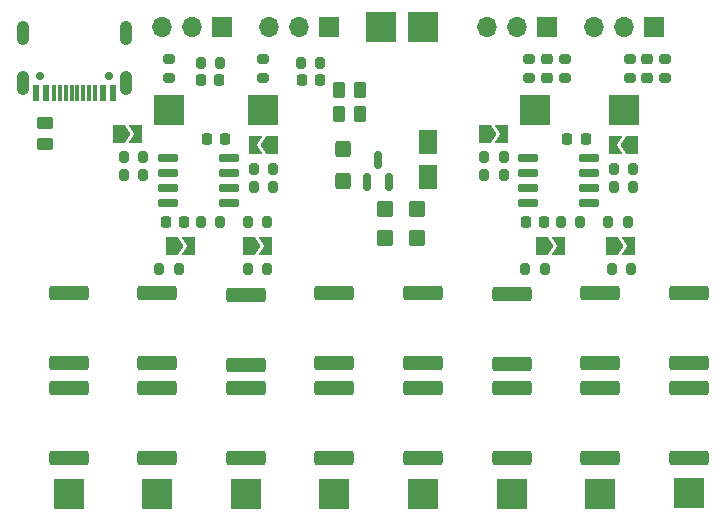
<source format=gbr>
%TF.GenerationSoftware,KiCad,Pcbnew,(6.0.4)*%
%TF.CreationDate,2023-01-21T01:53:36+00:00*%
%TF.ProjectId,Diff_probe,44696666-5f70-4726-9f62-652e6b696361,rev?*%
%TF.SameCoordinates,Original*%
%TF.FileFunction,Soldermask,Top*%
%TF.FilePolarity,Negative*%
%FSLAX46Y46*%
G04 Gerber Fmt 4.6, Leading zero omitted, Abs format (unit mm)*
G04 Created by KiCad (PCBNEW (6.0.4)) date 2023-01-21 01:53:36*
%MOMM*%
%LPD*%
G01*
G04 APERTURE LIST*
G04 Aperture macros list*
%AMRoundRect*
0 Rectangle with rounded corners*
0 $1 Rounding radius*
0 $2 $3 $4 $5 $6 $7 $8 $9 X,Y pos of 4 corners*
0 Add a 4 corners polygon primitive as box body*
4,1,4,$2,$3,$4,$5,$6,$7,$8,$9,$2,$3,0*
0 Add four circle primitives for the rounded corners*
1,1,$1+$1,$2,$3*
1,1,$1+$1,$4,$5*
1,1,$1+$1,$6,$7*
1,1,$1+$1,$8,$9*
0 Add four rect primitives between the rounded corners*
20,1,$1+$1,$2,$3,$4,$5,0*
20,1,$1+$1,$4,$5,$6,$7,0*
20,1,$1+$1,$6,$7,$8,$9,0*
20,1,$1+$1,$8,$9,$2,$3,0*%
%AMFreePoly0*
4,1,6,1.000000,0.000000,0.500000,-0.750000,-0.500000,-0.750000,-0.500000,0.750000,0.500000,0.750000,1.000000,0.000000,1.000000,0.000000,$1*%
%AMFreePoly1*
4,1,6,0.500000,-0.750000,-0.650000,-0.750000,-0.150000,0.000000,-0.650000,0.750000,0.500000,0.750000,0.500000,-0.750000,0.500000,-0.750000,$1*%
G04 Aperture macros list end*
%ADD10RoundRect,0.250000X0.262500X0.450000X-0.262500X0.450000X-0.262500X-0.450000X0.262500X-0.450000X0*%
%ADD11RoundRect,0.250000X-0.262500X-0.450000X0.262500X-0.450000X0.262500X0.450000X-0.262500X0.450000X0*%
%ADD12R,1.500000X1.500000*%
%ADD13FreePoly0,90.000000*%
%ADD14FreePoly0,270.000000*%
%ADD15RoundRect,0.200000X-0.200000X-0.275000X0.200000X-0.275000X0.200000X0.275000X-0.200000X0.275000X0*%
%ADD16RoundRect,0.225000X0.225000X0.250000X-0.225000X0.250000X-0.225000X-0.250000X0.225000X-0.250000X0*%
%ADD17R,2.500000X2.500000*%
%ADD18R,1.700000X1.700000*%
%ADD19O,1.700000X1.700000*%
%ADD20FreePoly0,0.000000*%
%ADD21FreePoly1,0.000000*%
%ADD22RoundRect,0.225000X-0.250000X0.225000X-0.250000X-0.225000X0.250000X-0.225000X0.250000X0.225000X0*%
%ADD23RoundRect,0.250000X1.425000X-0.362500X1.425000X0.362500X-1.425000X0.362500X-1.425000X-0.362500X0*%
%ADD24RoundRect,0.200000X0.200000X0.275000X-0.200000X0.275000X-0.200000X-0.275000X0.200000X-0.275000X0*%
%ADD25FreePoly0,180.000000*%
%ADD26FreePoly1,180.000000*%
%ADD27RoundRect,0.250000X-0.450000X0.262500X-0.450000X-0.262500X0.450000X-0.262500X0.450000X0.262500X0*%
%ADD28RoundRect,0.200000X0.275000X-0.200000X0.275000X0.200000X-0.275000X0.200000X-0.275000X-0.200000X0*%
%ADD29C,0.700000*%
%ADD30R,0.600000X1.450000*%
%ADD31R,0.300000X1.450000*%
%ADD32O,1.050000X2.100000*%
%ADD33RoundRect,0.150000X-0.725000X-0.150000X0.725000X-0.150000X0.725000X0.150000X-0.725000X0.150000X0*%
%ADD34RoundRect,0.250000X0.450000X0.425000X-0.450000X0.425000X-0.450000X-0.425000X0.450000X-0.425000X0*%
%ADD35RoundRect,0.250000X-0.425000X0.450000X-0.425000X-0.450000X0.425000X-0.450000X0.425000X0.450000X0*%
%ADD36RoundRect,0.150000X0.150000X-0.587500X0.150000X0.587500X-0.150000X0.587500X-0.150000X-0.587500X0*%
G04 APERTURE END LIST*
D10*
%TO.C,R42*%
X152712500Y-26300000D03*
X150887500Y-26300000D03*
%TD*%
D11*
%TO.C,R41*%
X150887500Y-24300000D03*
X152712500Y-24300000D03*
%TD*%
D12*
%TO.C,JP9*%
X158400000Y-29000000D03*
X158400000Y-31400000D03*
D13*
X158400000Y-32200000D03*
D14*
X158400000Y-28200000D03*
%TD*%
D15*
%TO.C,R32*%
X173675000Y-35500000D03*
X175325000Y-35500000D03*
%TD*%
D16*
%TO.C,C6*%
X140775000Y-23500000D03*
X139225000Y-23500000D03*
%TD*%
D17*
%TO.C,TP11*%
X173000000Y-58500000D03*
%TD*%
D18*
%TO.C,J5*%
X177525000Y-19000000D03*
D19*
X174985000Y-19000000D03*
X172445000Y-19000000D03*
%TD*%
D20*
%TO.C,JP3*%
X143275000Y-37500000D03*
D21*
X144725000Y-37500000D03*
%TD*%
D17*
%TO.C,TP13*%
X167500000Y-26000000D03*
%TD*%
%TO.C,TP4*%
X143000000Y-58500000D03*
%TD*%
%TO.C,TP9*%
X158000000Y-58500000D03*
%TD*%
D22*
%TO.C,C10*%
X168500000Y-21725000D03*
X168500000Y-23275000D03*
%TD*%
D23*
%TO.C,R2*%
X143000000Y-55462500D03*
X143000000Y-49537500D03*
%TD*%
D18*
%TO.C,J1*%
X141000000Y-19000000D03*
D19*
X138460000Y-19000000D03*
X135920000Y-19000000D03*
%TD*%
D18*
%TO.C,J3*%
X150025000Y-19000000D03*
D19*
X147485000Y-19000000D03*
X144945000Y-19000000D03*
%TD*%
D23*
%TO.C,R3*%
X128000000Y-55462500D03*
X128000000Y-49537500D03*
%TD*%
D15*
%TO.C,R17*%
X143675000Y-32500000D03*
X145325000Y-32500000D03*
%TD*%
%TO.C,R30*%
X169675000Y-35500000D03*
X171325000Y-35500000D03*
%TD*%
D24*
%TO.C,R18*%
X145325000Y-31000000D03*
X143675000Y-31000000D03*
%TD*%
D15*
%TO.C,R9*%
X132675000Y-30000000D03*
X134325000Y-30000000D03*
%TD*%
D20*
%TO.C,JP1*%
X136775000Y-37500000D03*
D21*
X138225000Y-37500000D03*
%TD*%
D25*
%TO.C,JP4*%
X145225000Y-29000000D03*
D26*
X143775000Y-29000000D03*
%TD*%
D15*
%TO.C,R29*%
X166675000Y-39500000D03*
X168325000Y-39500000D03*
%TD*%
%TO.C,R31*%
X174000000Y-39500000D03*
X175650000Y-39500000D03*
%TD*%
D20*
%TO.C,JP5*%
X168050000Y-37500000D03*
D21*
X169500000Y-37500000D03*
%TD*%
D24*
%TO.C,R7*%
X134325000Y-31500000D03*
X132675000Y-31500000D03*
%TD*%
D23*
%TO.C,R13*%
X143000000Y-47552500D03*
X143000000Y-41627500D03*
%TD*%
D27*
%TO.C,FB1*%
X126000000Y-27087500D03*
X126000000Y-28912500D03*
%TD*%
D23*
%TO.C,R27*%
X173000000Y-47462500D03*
X173000000Y-41537500D03*
%TD*%
D28*
%TO.C,R38*%
X175500000Y-23325000D03*
X175500000Y-21675000D03*
%TD*%
D18*
%TO.C,J4*%
X168500000Y-19000000D03*
D19*
X165960000Y-19000000D03*
X163420000Y-19000000D03*
%TD*%
D29*
%TO.C,J2*%
X131390000Y-23150000D03*
X125610000Y-23150000D03*
D30*
X131750000Y-24595000D03*
X130950000Y-24595000D03*
D31*
X129750000Y-24595000D03*
X128750000Y-24595000D03*
X128250000Y-24595000D03*
X127250000Y-24595000D03*
D30*
X125250000Y-24595000D03*
X126050000Y-24595000D03*
D31*
X126750000Y-24595000D03*
X127750000Y-24595000D03*
X129250000Y-24595000D03*
X130250000Y-24595000D03*
D32*
X132820000Y-23680000D03*
X124180000Y-23680000D03*
X132820000Y-19500000D03*
X124180000Y-19500000D03*
%TD*%
D33*
%TO.C,U1*%
X136425000Y-30095000D03*
X136425000Y-31365000D03*
X136425000Y-32635000D03*
X136425000Y-33905000D03*
X141575000Y-33905000D03*
X141575000Y-32635000D03*
X141575000Y-31365000D03*
X141575000Y-30095000D03*
%TD*%
D23*
%TO.C,R4*%
X135500000Y-55462500D03*
X135500000Y-49537500D03*
%TD*%
D17*
%TO.C,TP10*%
X165500000Y-58500000D03*
%TD*%
D15*
%TO.C,R15*%
X143175000Y-39500000D03*
X144825000Y-39500000D03*
%TD*%
D28*
%TO.C,R19*%
X144500000Y-23325000D03*
X144500000Y-21675000D03*
%TD*%
D23*
%TO.C,R23*%
X173000000Y-55462500D03*
X173000000Y-49537500D03*
%TD*%
D25*
%TO.C,JP8*%
X175725000Y-29000000D03*
D26*
X174275000Y-29000000D03*
%TD*%
D23*
%TO.C,R25*%
X158000000Y-47462500D03*
X158000000Y-41537500D03*
%TD*%
D15*
%TO.C,R11*%
X139175000Y-22000000D03*
X140825000Y-22000000D03*
%TD*%
D17*
%TO.C,TP1*%
X128000000Y-58500000D03*
%TD*%
D16*
%TO.C,C9*%
X149275000Y-23500000D03*
X147725000Y-23500000D03*
%TD*%
D28*
%TO.C,R37*%
X167000000Y-23325000D03*
X167000000Y-21675000D03*
%TD*%
%TO.C,R10*%
X136500000Y-23325000D03*
X136500000Y-21675000D03*
%TD*%
D17*
%TO.C,TP8*%
X154450000Y-19000000D03*
%TD*%
D16*
%TO.C,C5*%
X168275000Y-35500000D03*
X166725000Y-35500000D03*
%TD*%
D28*
%TO.C,R40*%
X178500000Y-23325000D03*
X178500000Y-21675000D03*
%TD*%
D15*
%TO.C,R6*%
X135675000Y-39500000D03*
X137325000Y-39500000D03*
%TD*%
D23*
%TO.C,R24*%
X180500000Y-55425000D03*
X180500000Y-49500000D03*
%TD*%
D28*
%TO.C,R39*%
X170000000Y-23325000D03*
X170000000Y-21675000D03*
%TD*%
D23*
%TO.C,R22*%
X165500000Y-55500000D03*
X165500000Y-49575000D03*
%TD*%
D17*
%TO.C,TP6*%
X144500000Y-26000000D03*
%TD*%
D15*
%TO.C,R34*%
X174175000Y-32500000D03*
X175825000Y-32500000D03*
%TD*%
D24*
%TO.C,R33*%
X164825000Y-31500000D03*
X163175000Y-31500000D03*
%TD*%
D23*
%TO.C,R14*%
X150500000Y-47462500D03*
X150500000Y-41537500D03*
%TD*%
D17*
%TO.C,TP14*%
X175000000Y-26000000D03*
%TD*%
D23*
%TO.C,R1*%
X128000000Y-47462500D03*
X128000000Y-41537500D03*
%TD*%
D34*
%TO.C,C1*%
X157500000Y-34362500D03*
X154800000Y-34362500D03*
%TD*%
D15*
%TO.C,R20*%
X147675000Y-22000000D03*
X149325000Y-22000000D03*
%TD*%
D16*
%TO.C,C7*%
X171775000Y-28500000D03*
X170225000Y-28500000D03*
%TD*%
D35*
%TO.C,C3*%
X151206250Y-29287500D03*
X151206250Y-31987500D03*
%TD*%
D22*
%TO.C,C11*%
X177000000Y-21725000D03*
X177000000Y-23275000D03*
%TD*%
D34*
%TO.C,C4*%
X157500000Y-36862500D03*
X154800000Y-36862500D03*
%TD*%
D23*
%TO.C,R12*%
X150500000Y-55462500D03*
X150500000Y-49537500D03*
%TD*%
D17*
%TO.C,TP7*%
X158000000Y-19000000D03*
%TD*%
D33*
%TO.C,U2*%
X166925000Y-30095000D03*
X166925000Y-31365000D03*
X166925000Y-32635000D03*
X166925000Y-33905000D03*
X172075000Y-33905000D03*
X172075000Y-32635000D03*
X172075000Y-31365000D03*
X172075000Y-30095000D03*
%TD*%
D17*
%TO.C,TP12*%
X180500000Y-58462500D03*
%TD*%
D23*
%TO.C,R21*%
X158000000Y-55500000D03*
X158000000Y-49575000D03*
%TD*%
D20*
%TO.C,JP6*%
X174000000Y-37500000D03*
D21*
X175450000Y-37500000D03*
%TD*%
D17*
%TO.C,TP5*%
X150500000Y-58500000D03*
%TD*%
D20*
%TO.C,JP2*%
X132275000Y-28000000D03*
D21*
X133725000Y-28000000D03*
%TD*%
D36*
%TO.C,U3*%
X153256250Y-32075000D03*
X155156250Y-32075000D03*
X154206250Y-30200000D03*
%TD*%
D15*
%TO.C,R35*%
X163175000Y-30000000D03*
X164825000Y-30000000D03*
%TD*%
D23*
%TO.C,R26*%
X165500000Y-47500000D03*
X165500000Y-41575000D03*
%TD*%
%TO.C,R28*%
X180500000Y-47395000D03*
X180500000Y-41470000D03*
%TD*%
D15*
%TO.C,R16*%
X143175000Y-35500000D03*
X144825000Y-35500000D03*
%TD*%
D16*
%TO.C,C8*%
X141275000Y-28500000D03*
X139725000Y-28500000D03*
%TD*%
D15*
%TO.C,R8*%
X139175000Y-35500000D03*
X140825000Y-35500000D03*
%TD*%
D23*
%TO.C,R5*%
X135500000Y-47462500D03*
X135500000Y-41537500D03*
%TD*%
D20*
%TO.C,JP7*%
X163275000Y-28000000D03*
D21*
X164725000Y-28000000D03*
%TD*%
D17*
%TO.C,TP3*%
X136500000Y-26000000D03*
%TD*%
%TO.C,TP2*%
X135500000Y-58500000D03*
%TD*%
D16*
%TO.C,C2*%
X137775000Y-35500000D03*
X136225000Y-35500000D03*
%TD*%
D24*
%TO.C,R36*%
X175825000Y-31000000D03*
X174175000Y-31000000D03*
%TD*%
M02*

</source>
